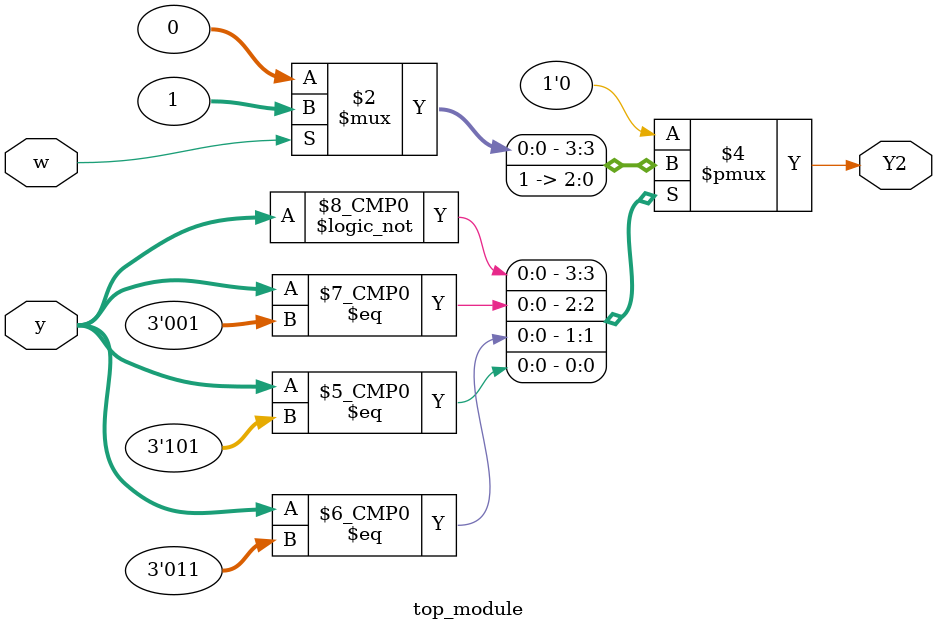
<source format=sv>
module top_module(
    input [3:1] y,
    input w,
    output reg Y2);

    always @(*) begin
        case (y)
            // Next state logic for Y2
            3'b000: Y2 = (w) ? 1 : 0;
            3'b001: Y2 = 1;
            3'b010: Y2 = 0;
            3'b011: Y2 = 1;
            3'b100: Y2 = 0;
            3'b101: Y2 = 1;
            default: Y2 = 0;
        endcase
    end

endmodule

</source>
